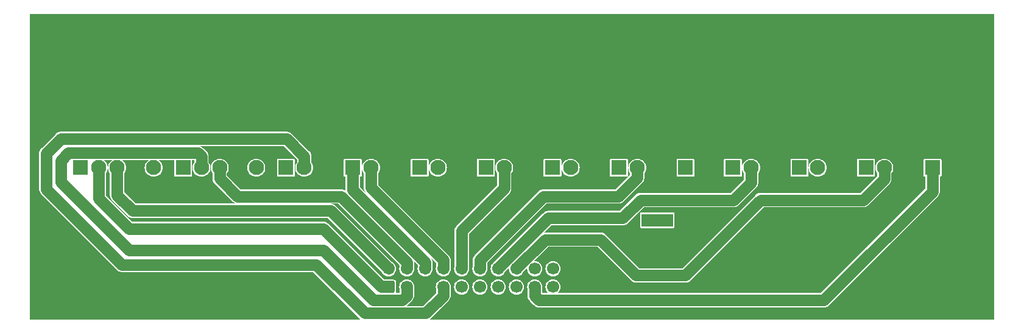
<source format=gbr>
%TF.GenerationSoftware,KiCad,Pcbnew,8.0.6*%
%TF.CreationDate,2025-01-03T23:12:35-08:00*%
%TF.ProjectId,MEP-MAXI-85V-1-REV-2-Sensor-Test-Jig,4d45502d-4d41-4584-992d-3835562d312d,X1*%
%TF.SameCoordinates,Original*%
%TF.FileFunction,Copper,L1,Top*%
%TF.FilePolarity,Positive*%
%FSLAX46Y46*%
G04 Gerber Fmt 4.6, Leading zero omitted, Abs format (unit mm)*
G04 Created by KiCad (PCBNEW 8.0.6) date 2025-01-03 23:12:35*
%MOMM*%
%LPD*%
G01*
G04 APERTURE LIST*
G04 Aperture macros list*
%AMRoundRect*
0 Rectangle with rounded corners*
0 $1 Rounding radius*
0 $2 $3 $4 $5 $6 $7 $8 $9 X,Y pos of 4 corners*
0 Add a 4 corners polygon primitive as box body*
4,1,4,$2,$3,$4,$5,$6,$7,$8,$9,$2,$3,0*
0 Add four circle primitives for the rounded corners*
1,1,$1+$1,$2,$3*
1,1,$1+$1,$4,$5*
1,1,$1+$1,$6,$7*
1,1,$1+$1,$8,$9*
0 Add four rect primitives between the rounded corners*
20,1,$1+$1,$2,$3,$4,$5,0*
20,1,$1+$1,$4,$5,$6,$7,0*
20,1,$1+$1,$6,$7,$8,$9,0*
20,1,$1+$1,$8,$9,$2,$3,0*%
G04 Aperture macros list end*
%TA.AperFunction,ComponentPad*%
%ADD10R,2.100000X2.100000*%
%TD*%
%TA.AperFunction,ComponentPad*%
%ADD11C,2.100000*%
%TD*%
%TA.AperFunction,ComponentPad*%
%ADD12C,0.800000*%
%TD*%
%TA.AperFunction,ComponentPad*%
%ADD13C,6.400000*%
%TD*%
%TA.AperFunction,ComponentPad*%
%ADD14R,4.400000X1.800000*%
%TD*%
%TA.AperFunction,ComponentPad*%
%ADD15O,4.000000X1.800000*%
%TD*%
%TA.AperFunction,ComponentPad*%
%ADD16O,1.800000X4.000000*%
%TD*%
%TA.AperFunction,ComponentPad*%
%ADD17RoundRect,0.250000X0.600000X-0.600000X0.600000X0.600000X-0.600000X0.600000X-0.600000X-0.600000X0*%
%TD*%
%TA.AperFunction,ComponentPad*%
%ADD18C,1.700000*%
%TD*%
%TA.AperFunction,Conductor*%
%ADD19C,1.600000*%
%TD*%
G04 APERTURE END LIST*
D10*
%TO.P,J105,1,Pin_1*%
%TO.N,24VRAW*%
X111590000Y-112000000D03*
D11*
%TO.P,J105,2,Pin_2*%
%TO.N,/PROXIMITY_HEAD_IN*%
X114130000Y-112000000D03*
%TO.P,J105,3,Pin_3*%
%TO.N,GND*%
X116670000Y-112000000D03*
%TD*%
D10*
%TO.P,J107,1,Pin_1*%
%TO.N,24VRAW*%
X130090000Y-112000000D03*
D11*
%TO.P,J107,2,Pin_2*%
%TO.N,/PROXIMITY_SHEAR_CUT*%
X132630000Y-112000000D03*
%TO.P,J107,3,Pin_3*%
%TO.N,GND*%
X135170000Y-112000000D03*
%TD*%
D10*
%TO.P,J114,1,Pin_1*%
%TO.N,/AUTO_BUTTON*%
X192170000Y-112000000D03*
D11*
%TO.P,J114,2,Pin_2*%
%TO.N,GND*%
X194710000Y-112000000D03*
%TD*%
D12*
%TO.P,H101,1,1*%
%TO.N,GND*%
X67600000Y-94000000D03*
X68302944Y-92302944D03*
X68302944Y-95697056D03*
X70000000Y-91600000D03*
D13*
X70000000Y-94000000D03*
D12*
X70000000Y-96400000D03*
X71697056Y-92302944D03*
X71697056Y-95697056D03*
X72400000Y-94000000D03*
%TD*%
%TO.P,H103,1,1*%
%TO.N,GND*%
X195100000Y-129500000D03*
X195802944Y-127802944D03*
X195802944Y-131197056D03*
X197500000Y-127100000D03*
D13*
X197500000Y-129500000D03*
D12*
X197500000Y-131900000D03*
X199197056Y-127802944D03*
X199197056Y-131197056D03*
X199900000Y-129500000D03*
%TD*%
%TO.P,H104,1,1*%
%TO.N,GND*%
X67600000Y-129500000D03*
X68302944Y-127802944D03*
X68302944Y-131197056D03*
X70000000Y-127100000D03*
D13*
X70000000Y-129500000D03*
D12*
X70000000Y-131900000D03*
X71697056Y-127802944D03*
X71697056Y-131197056D03*
X72400000Y-129500000D03*
%TD*%
D10*
%TO.P,J111,1,Pin_1*%
%TO.N,24VRAW*%
X164420000Y-112000000D03*
D11*
%TO.P,J111,2,Pin_2*%
%TO.N,/PROXIMITY_HEAD_LIM*%
X166960000Y-112000000D03*
%TO.P,J111,3,Pin_3*%
%TO.N,GND*%
X169500000Y-112000000D03*
%TD*%
D10*
%TO.P,J110,1,Pin_1*%
%TO.N,/SHEAR_BUTTON*%
X157840000Y-112000000D03*
D11*
%TO.P,J110,2,Pin_2*%
%TO.N,GND*%
X160380000Y-112000000D03*
%TD*%
D10*
%TO.P,J109,1,Pin_1*%
%TO.N,24VRAW*%
X148590000Y-112000000D03*
D11*
%TO.P,J109,2,Pin_2*%
%TO.N,/PROXIMITY_TOOL_OUT*%
X151130000Y-112000000D03*
%TO.P,J109,3,Pin_3*%
%TO.N,GND*%
X153670000Y-112000000D03*
%TD*%
D10*
%TO.P,J103,1,Pin_1*%
%TO.N,24VRAW*%
X88010000Y-112000000D03*
D11*
%TO.P,J103,2,Pin_2*%
%TO.N,/ENCODER_BEND_SET*%
X90550000Y-112000000D03*
%TO.P,J103,3,Pin_3*%
%TO.N,/ENCODER_BEND_RESET*%
X93090000Y-112000000D03*
%TO.P,J103,4,Pin_4*%
%TO.N,GND*%
X95630000Y-112000000D03*
%TO.P,J103,5,Pin_5*%
%TO.N,unconnected-(J103-Pin_5-Pad5)*%
X98170000Y-112000000D03*
%TD*%
D10*
%TO.P,J112,1,Pin_1*%
%TO.N,24VRAW*%
X173670000Y-112000000D03*
D11*
%TO.P,J112,2,Pin_2*%
%TO.N,/PROXIMITY_HEAD_CW*%
X176210000Y-112000000D03*
%TO.P,J112,3,Pin_3*%
%TO.N,GND*%
X178750000Y-112000000D03*
%TD*%
D14*
%TO.P,J115,1*%
%TO.N,24VRAW*%
X153920000Y-119290000D03*
D15*
%TO.P,J115,2*%
%TO.N,GND*%
X153920000Y-125090000D03*
D16*
%TO.P,J115,3,MountPin*%
X158720000Y-122290000D03*
%TD*%
D17*
%TO.P,J101,1,Pin_1*%
%TO.N,/ENCODER_FEED_SET*%
X116560000Y-128590000D03*
D18*
%TO.P,J101,2,Pin_2*%
%TO.N,/ENCODER_FEED_RESET*%
X116560000Y-126050000D03*
%TO.P,J101,3,Pin_3*%
%TO.N,/ENCODER_BEND_SET*%
X119100000Y-128590000D03*
%TO.P,J101,4,Pin_4*%
%TO.N,/ENCODER_BEND_RESET*%
X119100000Y-126050000D03*
%TO.P,J101,5,Pin_5*%
%TO.N,GND*%
X121640000Y-128590000D03*
%TO.P,J101,6,Pin_6*%
%TO.N,24VRAW*%
X121640000Y-126050000D03*
%TO.P,J101,7,Pin_7*%
%TO.N,/PROXIMITY_HEAD_OUT*%
X124180000Y-128590000D03*
%TO.P,J101,8,Pin_8*%
%TO.N,/PROXIMITY_HEAD_IN*%
X124180000Y-126050000D03*
%TO.P,J101,9,Pin_9*%
%TO.N,/PROXIMITY_SHEAR_HOME*%
X126720000Y-128590000D03*
%TO.P,J101,10,Pin_10*%
%TO.N,/PROXIMITY_SHEAR_CUT*%
X126720000Y-126050000D03*
%TO.P,J101,11,Pin_11*%
%TO.N,/PROXIMITY_TOOL_IN*%
X129260000Y-128590000D03*
%TO.P,J101,12,Pin_12*%
%TO.N,/PROXIMITY_TOOL_OUT*%
X129260000Y-126050000D03*
%TO.P,J101,13,Pin_13*%
%TO.N,/SHEAR_BUTTON*%
X131800000Y-128590000D03*
%TO.P,J101,14,Pin_14*%
%TO.N,/PROXIMITY_HEAD_LIM*%
X131800000Y-126050000D03*
%TO.P,J101,15,Pin_15*%
%TO.N,/PROXIMITY_HEAD_CW*%
X134340000Y-128590000D03*
%TO.P,J101,16,Pin_16*%
%TO.N,/PROXIMITY_HEAD_CCW*%
X134340000Y-126050000D03*
%TO.P,J101,17,Pin_17*%
%TO.N,/AUTO_BUTTON*%
X136880000Y-128590000D03*
%TO.P,J101,18,Pin_18*%
%TO.N,unconnected-(J101-Pin_18-Pad18)*%
X136880000Y-126050000D03*
%TO.P,J101,19,Pin_19*%
%TO.N,unconnected-(J101-Pin_19-Pad19)*%
X139420000Y-128590000D03*
%TO.P,J101,20,Pin_20*%
%TO.N,unconnected-(J101-Pin_20-Pad20)*%
X139420000Y-126050000D03*
%TD*%
D10*
%TO.P,J108,1,Pin_1*%
%TO.N,24VRAW*%
X139340000Y-112000000D03*
D11*
%TO.P,J108,2,Pin_2*%
%TO.N,/PROXIMITY_TOOL_IN*%
X141880000Y-112000000D03*
%TO.P,J108,3,Pin_3*%
%TO.N,GND*%
X144420000Y-112000000D03*
%TD*%
D10*
%TO.P,J102,1,Pin_1*%
%TO.N,24VRAW*%
X73760000Y-112000000D03*
D11*
%TO.P,J102,2,Pin_2*%
%TO.N,/ENCODER_FEED_SET*%
X76300000Y-112000000D03*
%TO.P,J102,3,Pin_3*%
%TO.N,/ENCODER_FEED_RESET*%
X78840000Y-112000000D03*
%TO.P,J102,4,Pin_4*%
%TO.N,GND*%
X81380000Y-112000000D03*
%TO.P,J102,5,Pin_5*%
%TO.N,unconnected-(J102-Pin_5-Pad5)*%
X83920000Y-112000000D03*
%TD*%
D10*
%TO.P,J104,1,Pin_1*%
%TO.N,24VRAW*%
X102300000Y-112000000D03*
D11*
%TO.P,J104,2,Pin_2*%
%TO.N,/PROXIMITY_HEAD_OUT*%
X104840000Y-112000000D03*
%TO.P,J104,3,Pin_3*%
%TO.N,GND*%
X107380000Y-112000000D03*
%TD*%
D10*
%TO.P,J113,1,Pin_1*%
%TO.N,24VRAW*%
X182920000Y-112000000D03*
D11*
%TO.P,J113,2,Pin_2*%
%TO.N,/PROXIMITY_HEAD_CCW*%
X185460000Y-112000000D03*
%TO.P,J113,3,Pin_3*%
%TO.N,GND*%
X188000000Y-112000000D03*
%TD*%
D12*
%TO.P,H102,1,1*%
%TO.N,GND*%
X195100000Y-94000000D03*
X195802944Y-92302944D03*
X195802944Y-95697056D03*
X197500000Y-91600000D03*
D13*
X197500000Y-94000000D03*
D12*
X197500000Y-96400000D03*
X199197056Y-92302944D03*
X199197056Y-95697056D03*
X199900000Y-94000000D03*
%TD*%
D10*
%TO.P,J106,1,Pin_1*%
%TO.N,24VRAW*%
X120880000Y-112000000D03*
D11*
%TO.P,J106,2,Pin_2*%
%TO.N,/PROXIMITY_SHEAR_HOME*%
X123420000Y-112000000D03*
%TO.P,J106,3,Pin_3*%
%TO.N,GND*%
X125960000Y-112000000D03*
%TD*%
D19*
%TO.N,/PROXIMITY_HEAD_LIM*%
X131800000Y-125968120D02*
X138768120Y-119000000D01*
X138768120Y-119000000D02*
X149110000Y-119000000D01*
X131800000Y-126050000D02*
X131800000Y-125968120D01*
X149110000Y-119000000D02*
X151610000Y-116500000D01*
X151610000Y-116500000D02*
X164500000Y-116500000D01*
X166960000Y-114040000D02*
X166960000Y-112000000D01*
X164500000Y-116500000D02*
X166960000Y-114040000D01*
%TO.N,/PROXIMITY_SHEAR_CUT*%
X126720000Y-126050000D02*
X126720000Y-120780000D01*
X132630000Y-114870000D02*
X132630000Y-112000000D01*
X126720000Y-120780000D02*
X132630000Y-114870000D01*
%TO.N,/PROXIMITY_HEAD_IN*%
X124180000Y-124847919D02*
X114130000Y-114797919D01*
X114130000Y-114797919D02*
X114130000Y-112000000D01*
X124180000Y-126050000D02*
X124180000Y-124847919D01*
%TO.N,/PROXIMITY_HEAD_OUT*%
X124180000Y-129792081D02*
X121732081Y-132240000D01*
X71000000Y-108000000D02*
X102400000Y-108000000D01*
X79500000Y-125500000D02*
X69000000Y-115000000D01*
X69000000Y-115000000D02*
X69000000Y-110000000D01*
X124180000Y-128590000D02*
X124180000Y-129792081D01*
X106500000Y-125500000D02*
X79500000Y-125500000D01*
X113240000Y-132240000D02*
X106500000Y-125500000D01*
X104840000Y-110440000D02*
X104840000Y-112000000D01*
X121732081Y-132240000D02*
X113240000Y-132240000D01*
X69000000Y-110000000D02*
X71000000Y-108000000D01*
X102400000Y-108000000D02*
X104840000Y-110440000D01*
%TO.N,/AUTO_BUTTON*%
X192170000Y-115330000D02*
X192170000Y-112000000D01*
X137527919Y-130440000D02*
X177060000Y-130440000D01*
X136880000Y-129792081D02*
X137527919Y-130440000D01*
X136880000Y-128590000D02*
X136880000Y-129792081D01*
X177060000Y-130440000D02*
X192170000Y-115330000D01*
%TO.N,/PROXIMITY_HEAD_CCW*%
X150990000Y-126990000D02*
X157807006Y-126990000D01*
X182520000Y-116500000D02*
X185460000Y-113560000D01*
X168000000Y-116797006D02*
X168297006Y-116500000D01*
X146000000Y-122000000D02*
X150990000Y-126990000D01*
X134340000Y-126050000D02*
X134340000Y-125973704D01*
X134340000Y-125973704D02*
X138313704Y-122000000D01*
X157807006Y-126990000D02*
X168000000Y-116797006D01*
X185460000Y-113560000D02*
X185460000Y-112000000D01*
X168297006Y-116500000D02*
X182520000Y-116500000D01*
X138313704Y-122000000D02*
X146000000Y-122000000D01*
%TO.N,/ENCODER_FEED_SET*%
X115590000Y-128590000D02*
X107500000Y-120500000D01*
X116560000Y-128590000D02*
X115590000Y-128590000D01*
X80500000Y-120500000D02*
X76300000Y-116300000D01*
X107500000Y-120500000D02*
X80500000Y-120500000D01*
X76300000Y-116300000D02*
X76300000Y-112000000D01*
%TO.N,/ENCODER_FEED_RESET*%
X81000000Y-118000000D02*
X78840000Y-115840000D01*
X78840000Y-115840000D02*
X78840000Y-112000000D01*
X108510000Y-118000000D02*
X81000000Y-118000000D01*
X116560000Y-126050000D02*
X108510000Y-118000000D01*
%TO.N,/ENCODER_BEND_SET*%
X118452081Y-130440000D02*
X114440000Y-130440000D01*
X107500000Y-123500000D02*
X80500000Y-123500000D01*
X119100000Y-128590000D02*
X119100000Y-129792081D01*
X114440000Y-130440000D02*
X107500000Y-123500000D01*
X71000000Y-114000000D02*
X71000000Y-111000000D01*
X80500000Y-123500000D02*
X71000000Y-114000000D01*
X90060000Y-109950000D02*
X90550000Y-110440000D01*
X119100000Y-129792081D02*
X118452081Y-130440000D01*
X71000000Y-111000000D02*
X72050000Y-109950000D01*
X90550000Y-110440000D02*
X90550000Y-112000000D01*
X72050000Y-109950000D02*
X90060000Y-109950000D01*
%TO.N,/ENCODER_BEND_RESET*%
X93090000Y-113484924D02*
X93090000Y-112000000D01*
X95605076Y-116000000D02*
X93090000Y-113484924D01*
X119100000Y-126050000D02*
X119100000Y-125145584D01*
X119100000Y-125145584D02*
X109954416Y-116000000D01*
X109954416Y-116000000D02*
X95605076Y-116000000D01*
%TO.N,/PROXIMITY_TOOL_OUT*%
X129260000Y-124847919D02*
X138107919Y-116000000D01*
X148500000Y-116000000D02*
X151130000Y-113370000D01*
X138107919Y-116000000D02*
X148500000Y-116000000D01*
X151130000Y-113370000D02*
X151130000Y-112000000D01*
X129260000Y-126050000D02*
X129260000Y-124847919D01*
%TO.N,24VRAW*%
X111590000Y-115090000D02*
X111590000Y-112000000D01*
X121640000Y-125140000D02*
X111590000Y-115090000D01*
X121640000Y-126050000D02*
X121640000Y-125140000D01*
%TD*%
%TA.AperFunction,Conductor*%
%TO.N,GND*%
G36*
X200749500Y-133089500D02*
G01*
X122261567Y-133089500D01*
X122369863Y-133017139D01*
X122509220Y-132877782D01*
X122509221Y-132877779D01*
X124957139Y-130429863D01*
X124957140Y-130429862D01*
X125066632Y-130265995D01*
X125142051Y-130083916D01*
X125180500Y-129890622D01*
X125180500Y-128910655D01*
X125215300Y-128795934D01*
X125235583Y-128590000D01*
X125664417Y-128590000D01*
X125684700Y-128795934D01*
X125744768Y-128993954D01*
X125842315Y-129176450D01*
X125973590Y-129336410D01*
X126133550Y-129467685D01*
X126316046Y-129565232D01*
X126514066Y-129625300D01*
X126720000Y-129645583D01*
X126925934Y-129625300D01*
X127123954Y-129565232D01*
X127306450Y-129467685D01*
X127466410Y-129336410D01*
X127597685Y-129176450D01*
X127695232Y-128993954D01*
X127755300Y-128795934D01*
X127775583Y-128590000D01*
X128204417Y-128590000D01*
X128224700Y-128795934D01*
X128284768Y-128993954D01*
X128382315Y-129176450D01*
X128513590Y-129336410D01*
X128673550Y-129467685D01*
X128856046Y-129565232D01*
X129054066Y-129625300D01*
X129260000Y-129645583D01*
X129465934Y-129625300D01*
X129663954Y-129565232D01*
X129846450Y-129467685D01*
X130006410Y-129336410D01*
X130137685Y-129176450D01*
X130235232Y-128993954D01*
X130295300Y-128795934D01*
X130315583Y-128590000D01*
X130744417Y-128590000D01*
X130764700Y-128795934D01*
X130824768Y-128993954D01*
X130922315Y-129176450D01*
X131053590Y-129336410D01*
X131213550Y-129467685D01*
X131396046Y-129565232D01*
X131594066Y-129625300D01*
X131800000Y-129645583D01*
X132005934Y-129625300D01*
X132203954Y-129565232D01*
X132386450Y-129467685D01*
X132546410Y-129336410D01*
X132677685Y-129176450D01*
X132775232Y-128993954D01*
X132835300Y-128795934D01*
X132855583Y-128590000D01*
X133284417Y-128590000D01*
X133304700Y-128795934D01*
X133364768Y-128993954D01*
X133462315Y-129176450D01*
X133593590Y-129336410D01*
X133753550Y-129467685D01*
X133936046Y-129565232D01*
X134134066Y-129625300D01*
X134340000Y-129645583D01*
X134545934Y-129625300D01*
X134743954Y-129565232D01*
X134926450Y-129467685D01*
X135086410Y-129336410D01*
X135217685Y-129176450D01*
X135315232Y-128993954D01*
X135375300Y-128795934D01*
X135395583Y-128590000D01*
X135824417Y-128590000D01*
X135844700Y-128795934D01*
X135879500Y-128910655D01*
X135879500Y-129890622D01*
X135917949Y-130083916D01*
X135993368Y-130265995D01*
X136102861Y-130429863D01*
X136242218Y-130569220D01*
X136242221Y-130569222D01*
X136750777Y-131077778D01*
X136750780Y-131077782D01*
X136890137Y-131217139D01*
X137054005Y-131326632D01*
X137182753Y-131379961D01*
X137236083Y-131402051D01*
X137332731Y-131421275D01*
X137429378Y-131440500D01*
X137429379Y-131440500D01*
X137626459Y-131440500D01*
X176961460Y-131440500D01*
X177158540Y-131440500D01*
X177158541Y-131440500D01*
X177255188Y-131421275D01*
X177351836Y-131402051D01*
X177405165Y-131379961D01*
X177533914Y-131326632D01*
X177697782Y-131217139D01*
X177837139Y-131077782D01*
X177837141Y-131077778D01*
X192807778Y-116107141D01*
X192807782Y-116107139D01*
X192947139Y-115967782D01*
X193056632Y-115803914D01*
X193132051Y-115621835D01*
X193170500Y-115428541D01*
X193170500Y-113250500D01*
X193239748Y-113250500D01*
X193298231Y-113238867D01*
X193364552Y-113194552D01*
X193408867Y-113128231D01*
X193420500Y-113069748D01*
X193420500Y-110930252D01*
X193408867Y-110871769D01*
X193364552Y-110805448D01*
X193298231Y-110761133D01*
X193239748Y-110749500D01*
X191100252Y-110749500D01*
X191041769Y-110761133D01*
X190975448Y-110805448D01*
X190931133Y-110871769D01*
X190919500Y-110930252D01*
X190919500Y-113069748D01*
X190931133Y-113128231D01*
X190975448Y-113194552D01*
X191041769Y-113238867D01*
X191100252Y-113250500D01*
X191169500Y-113250500D01*
X191169500Y-114915580D01*
X176645580Y-129439500D01*
X140040794Y-129439500D01*
X140166410Y-129336410D01*
X140297685Y-129176450D01*
X140395232Y-128993954D01*
X140455300Y-128795934D01*
X140475583Y-128590000D01*
X140455300Y-128384066D01*
X140395232Y-128186046D01*
X140297685Y-128003550D01*
X140166410Y-127843590D01*
X140006450Y-127712315D01*
X139823954Y-127614768D01*
X139625934Y-127554700D01*
X139420000Y-127534417D01*
X139214066Y-127554700D01*
X139016046Y-127614768D01*
X138833550Y-127712315D01*
X138673590Y-127843590D01*
X138542315Y-128003550D01*
X138444768Y-128186046D01*
X138384700Y-128384066D01*
X138364417Y-128590000D01*
X138384700Y-128795934D01*
X138444768Y-128993954D01*
X138542315Y-129176450D01*
X138673590Y-129336410D01*
X138799206Y-129439500D01*
X137942339Y-129439500D01*
X137880500Y-129377661D01*
X137880500Y-128910655D01*
X137915300Y-128795934D01*
X137935583Y-128590000D01*
X137915300Y-128384066D01*
X137855232Y-128186046D01*
X137757685Y-128003550D01*
X137626410Y-127843590D01*
X137466450Y-127712315D01*
X137283954Y-127614768D01*
X137085934Y-127554700D01*
X136880000Y-127534417D01*
X136674066Y-127554700D01*
X136476046Y-127614768D01*
X136293550Y-127712315D01*
X136133590Y-127843590D01*
X136002315Y-128003550D01*
X135904768Y-128186046D01*
X135844700Y-128384066D01*
X135824417Y-128590000D01*
X135395583Y-128590000D01*
X135375300Y-128384066D01*
X135315232Y-128186046D01*
X135217685Y-128003550D01*
X135086410Y-127843590D01*
X134926450Y-127712315D01*
X134743954Y-127614768D01*
X134545934Y-127554700D01*
X134340000Y-127534417D01*
X134134066Y-127554700D01*
X133936046Y-127614768D01*
X133753550Y-127712315D01*
X133593590Y-127843590D01*
X133462315Y-128003550D01*
X133364768Y-128186046D01*
X133304700Y-128384066D01*
X133284417Y-128590000D01*
X132855583Y-128590000D01*
X132835300Y-128384066D01*
X132775232Y-128186046D01*
X132677685Y-128003550D01*
X132546410Y-127843590D01*
X132386450Y-127712315D01*
X132203954Y-127614768D01*
X132005934Y-127554700D01*
X131800000Y-127534417D01*
X131594066Y-127554700D01*
X131396046Y-127614768D01*
X131213550Y-127712315D01*
X131053590Y-127843590D01*
X130922315Y-128003550D01*
X130824768Y-128186046D01*
X130764700Y-128384066D01*
X130744417Y-128590000D01*
X130315583Y-128590000D01*
X130295300Y-128384066D01*
X130235232Y-128186046D01*
X130137685Y-128003550D01*
X130006410Y-127843590D01*
X129846450Y-127712315D01*
X129663954Y-127614768D01*
X129465934Y-127554700D01*
X129260000Y-127534417D01*
X129054066Y-127554700D01*
X128856046Y-127614768D01*
X128673550Y-127712315D01*
X128513590Y-127843590D01*
X128382315Y-128003550D01*
X128284768Y-128186046D01*
X128224700Y-128384066D01*
X128204417Y-128590000D01*
X127775583Y-128590000D01*
X127755300Y-128384066D01*
X127695232Y-128186046D01*
X127597685Y-128003550D01*
X127466410Y-127843590D01*
X127306450Y-127712315D01*
X127123954Y-127614768D01*
X126925934Y-127554700D01*
X126720000Y-127534417D01*
X126514066Y-127554700D01*
X126316046Y-127614768D01*
X126133550Y-127712315D01*
X125973590Y-127843590D01*
X125842315Y-128003550D01*
X125744768Y-128186046D01*
X125684700Y-128384066D01*
X125664417Y-128590000D01*
X125235583Y-128590000D01*
X125215300Y-128384066D01*
X125155232Y-128186046D01*
X125057685Y-128003550D01*
X124926410Y-127843590D01*
X124766450Y-127712315D01*
X124583954Y-127614768D01*
X124385934Y-127554700D01*
X124180000Y-127534417D01*
X123974066Y-127554700D01*
X123776046Y-127614768D01*
X123593550Y-127712315D01*
X123433590Y-127843590D01*
X123302315Y-128003550D01*
X123204768Y-128186046D01*
X123144700Y-128384066D01*
X123124417Y-128590000D01*
X123144700Y-128795934D01*
X123179500Y-128910655D01*
X123179500Y-129377660D01*
X121317661Y-131239500D01*
X119056397Y-131239500D01*
X119089863Y-131217139D01*
X119229220Y-131077782D01*
X119229222Y-131077778D01*
X119737778Y-130569222D01*
X119737782Y-130569220D01*
X119877139Y-130429863D01*
X119986632Y-130265995D01*
X120062051Y-130083916D01*
X120100500Y-129890622D01*
X120100500Y-128910655D01*
X120135300Y-128795934D01*
X120155583Y-128590000D01*
X120135300Y-128384066D01*
X120075232Y-128186046D01*
X119977685Y-128003550D01*
X119846410Y-127843590D01*
X119686450Y-127712315D01*
X119503954Y-127614768D01*
X119305934Y-127554700D01*
X119100000Y-127534417D01*
X118894066Y-127554700D01*
X118696046Y-127614768D01*
X118513550Y-127712315D01*
X118353590Y-127843590D01*
X118222315Y-128003550D01*
X118124768Y-128186046D01*
X118064700Y-128384066D01*
X118044417Y-128590000D01*
X118064700Y-128795934D01*
X118099500Y-128910655D01*
X118099500Y-129377661D01*
X118037661Y-129439500D01*
X117535768Y-129439500D01*
X117562793Y-129402882D01*
X117607646Y-129274699D01*
X117610500Y-129244266D01*
X117610500Y-127935734D01*
X117607646Y-127905301D01*
X117562793Y-127777118D01*
X117482150Y-127667850D01*
X117372882Y-127587207D01*
X117244699Y-127542354D01*
X117214266Y-127539500D01*
X115954421Y-127539500D01*
X108277140Y-119862220D01*
X108277139Y-119862218D01*
X108137782Y-119722861D01*
X107973914Y-119613368D01*
X107845165Y-119560038D01*
X107791836Y-119537949D01*
X107695188Y-119518724D01*
X107598541Y-119499500D01*
X80914420Y-119499500D01*
X77300500Y-115885580D01*
X77300500Y-112751319D01*
X77387102Y-112627639D01*
X77479575Y-112429330D01*
X77536207Y-112217977D01*
X77555277Y-112000000D01*
X77536207Y-111782023D01*
X77479575Y-111570670D01*
X77387102Y-111372362D01*
X77261598Y-111193123D01*
X77106877Y-111038402D01*
X76981340Y-110950500D01*
X78158661Y-110950500D01*
X78033123Y-111038402D01*
X77878402Y-111193123D01*
X77752898Y-111372362D01*
X77660425Y-111570670D01*
X77603793Y-111782023D01*
X77584723Y-112000000D01*
X77603793Y-112217977D01*
X77660425Y-112429330D01*
X77752898Y-112627639D01*
X77839500Y-112751319D01*
X77839500Y-115938541D01*
X77847077Y-115976632D01*
X77873036Y-116107139D01*
X77877949Y-116131835D01*
X77953368Y-116313914D01*
X78062861Y-116477782D01*
X78202218Y-116617139D01*
X78202220Y-116617140D01*
X80222860Y-118637781D01*
X80222861Y-118637782D01*
X80362218Y-118777139D01*
X80526086Y-118886632D01*
X80654834Y-118939961D01*
X80708164Y-118962051D01*
X80804812Y-118981275D01*
X80901459Y-119000500D01*
X80901460Y-119000500D01*
X81098540Y-119000500D01*
X108095580Y-119000500D01*
X115625801Y-126530721D01*
X115682315Y-126636450D01*
X115813590Y-126796410D01*
X115973550Y-126927685D01*
X116156046Y-127025232D01*
X116354066Y-127085300D01*
X116560000Y-127105583D01*
X116765934Y-127085300D01*
X116963954Y-127025232D01*
X117146450Y-126927685D01*
X117306410Y-126796410D01*
X117437685Y-126636450D01*
X117535232Y-126453954D01*
X117595300Y-126255934D01*
X117615583Y-126050000D01*
X117595300Y-125844066D01*
X117535232Y-125646046D01*
X117437685Y-125463550D01*
X117306410Y-125303590D01*
X117146450Y-125172315D01*
X117040721Y-125115801D01*
X109287141Y-117362221D01*
X109287139Y-117362218D01*
X109147782Y-117222861D01*
X108983914Y-117113368D01*
X108855165Y-117060038D01*
X108801836Y-117037949D01*
X108705188Y-117018724D01*
X108613568Y-117000500D01*
X109539996Y-117000500D01*
X118099500Y-125560004D01*
X118099500Y-125729344D01*
X118064700Y-125844066D01*
X118044417Y-126050000D01*
X118064700Y-126255934D01*
X118124768Y-126453954D01*
X118222315Y-126636450D01*
X118353590Y-126796410D01*
X118513550Y-126927685D01*
X118696046Y-127025232D01*
X118894066Y-127085300D01*
X119100000Y-127105583D01*
X119305934Y-127085300D01*
X119503954Y-127025232D01*
X119686450Y-126927685D01*
X119846410Y-126796410D01*
X119977685Y-126636450D01*
X120075232Y-126453954D01*
X120135300Y-126255934D01*
X120155583Y-126050000D01*
X120135300Y-125844066D01*
X120100500Y-125729344D01*
X120100500Y-125047043D01*
X120092648Y-125007568D01*
X120639500Y-125554420D01*
X120639500Y-125729344D01*
X120604700Y-125844066D01*
X120584417Y-126050000D01*
X120604700Y-126255934D01*
X120664768Y-126453954D01*
X120762315Y-126636450D01*
X120893590Y-126796410D01*
X121053550Y-126927685D01*
X121236046Y-127025232D01*
X121434066Y-127085300D01*
X121640000Y-127105583D01*
X121845934Y-127085300D01*
X122043954Y-127025232D01*
X122226450Y-126927685D01*
X122386410Y-126796410D01*
X122517685Y-126636450D01*
X122615232Y-126453954D01*
X122675300Y-126255934D01*
X122695583Y-126050000D01*
X122675300Y-125844066D01*
X122640500Y-125729344D01*
X122640500Y-125041459D01*
X122604847Y-124862219D01*
X122602051Y-124848164D01*
X122579961Y-124794834D01*
X122526632Y-124666086D01*
X122417139Y-124502218D01*
X122277782Y-124362861D01*
X122277781Y-124362860D01*
X112590500Y-114675579D01*
X112590500Y-113250500D01*
X112659748Y-113250500D01*
X112718231Y-113238867D01*
X112784552Y-113194552D01*
X112828867Y-113128231D01*
X112840500Y-113069748D01*
X112840500Y-112000000D01*
X112874723Y-112000000D01*
X112893793Y-112217977D01*
X112950425Y-112429330D01*
X113042898Y-112627639D01*
X113129500Y-112751319D01*
X113129500Y-114699379D01*
X113129500Y-114896459D01*
X113167949Y-115089755D01*
X113190038Y-115143084D01*
X113243368Y-115271833D01*
X113352861Y-115435701D01*
X113492218Y-115575058D01*
X113492220Y-115575059D01*
X123179500Y-125262339D01*
X123179500Y-125729344D01*
X123144700Y-125844066D01*
X123124417Y-126050000D01*
X123144700Y-126255934D01*
X123204768Y-126453954D01*
X123302315Y-126636450D01*
X123433590Y-126796410D01*
X123593550Y-126927685D01*
X123776046Y-127025232D01*
X123974066Y-127085300D01*
X124180000Y-127105583D01*
X124385934Y-127085300D01*
X124583954Y-127025232D01*
X124766450Y-126927685D01*
X124926410Y-126796410D01*
X125057685Y-126636450D01*
X125155232Y-126453954D01*
X125215300Y-126255934D01*
X125235583Y-126050000D01*
X125664417Y-126050000D01*
X125684700Y-126255934D01*
X125744768Y-126453954D01*
X125842315Y-126636450D01*
X125973590Y-126796410D01*
X126133550Y-126927685D01*
X126316046Y-127025232D01*
X126514066Y-127085300D01*
X126720000Y-127105583D01*
X126925934Y-127085300D01*
X127123954Y-127025232D01*
X127306450Y-126927685D01*
X127466410Y-126796410D01*
X127597685Y-126636450D01*
X127695232Y-126453954D01*
X127755300Y-126255934D01*
X127775583Y-126050000D01*
X128204417Y-126050000D01*
X128224700Y-126255934D01*
X128284768Y-126453954D01*
X128382315Y-126636450D01*
X128513590Y-126796410D01*
X128673550Y-126927685D01*
X128856046Y-127025232D01*
X129054066Y-127085300D01*
X129260000Y-127105583D01*
X129465934Y-127085300D01*
X129663954Y-127025232D01*
X129846450Y-126927685D01*
X130006410Y-126796410D01*
X130137685Y-126636450D01*
X130235232Y-126453954D01*
X130295300Y-126255934D01*
X130315583Y-126050000D01*
X130744417Y-126050000D01*
X130764700Y-126255934D01*
X130824768Y-126453954D01*
X130922315Y-126636450D01*
X131053590Y-126796410D01*
X131213550Y-126927685D01*
X131396046Y-127025232D01*
X131594066Y-127085300D01*
X131800000Y-127105583D01*
X132005934Y-127085300D01*
X132203954Y-127025232D01*
X132386450Y-126927685D01*
X132546410Y-126796410D01*
X132677685Y-126636450D01*
X132775232Y-126453954D01*
X132795325Y-126387714D01*
X133300955Y-125882084D01*
X133284417Y-126050000D01*
X133304700Y-126255934D01*
X133364768Y-126453954D01*
X133462315Y-126636450D01*
X133593590Y-126796410D01*
X133753550Y-126927685D01*
X133936046Y-127025232D01*
X134134066Y-127085300D01*
X134340000Y-127105583D01*
X134545934Y-127085300D01*
X134743954Y-127025232D01*
X134926450Y-126927685D01*
X135086410Y-126796410D01*
X135217685Y-126636450D01*
X135315232Y-126453954D01*
X135332893Y-126395730D01*
X135840345Y-125888278D01*
X135824417Y-126050000D01*
X135844700Y-126255934D01*
X135904768Y-126453954D01*
X136002315Y-126636450D01*
X136133590Y-126796410D01*
X136293550Y-126927685D01*
X136476046Y-127025232D01*
X136674066Y-127085300D01*
X136880000Y-127105583D01*
X137085934Y-127085300D01*
X137283954Y-127025232D01*
X137466450Y-126927685D01*
X137626410Y-126796410D01*
X137757685Y-126636450D01*
X137855232Y-126453954D01*
X137915300Y-126255934D01*
X137935583Y-126050000D01*
X138364417Y-126050000D01*
X138384700Y-126255934D01*
X138444768Y-126453954D01*
X138542315Y-126636450D01*
X138673590Y-126796410D01*
X138833550Y-126927685D01*
X139016046Y-127025232D01*
X139214066Y-127085300D01*
X139420000Y-127105583D01*
X139625934Y-127085300D01*
X139823954Y-127025232D01*
X140006450Y-126927685D01*
X140166410Y-126796410D01*
X140297685Y-126636450D01*
X140395232Y-126453954D01*
X140455300Y-126255934D01*
X140475583Y-126050000D01*
X140455300Y-125844066D01*
X140395232Y-125646046D01*
X140297685Y-125463550D01*
X140166410Y-125303590D01*
X140006450Y-125172315D01*
X139823954Y-125074768D01*
X139625934Y-125014700D01*
X139420000Y-124994417D01*
X139214066Y-125014700D01*
X139016046Y-125074768D01*
X138833550Y-125172315D01*
X138673590Y-125303590D01*
X138542315Y-125463550D01*
X138444768Y-125646046D01*
X138384700Y-125844066D01*
X138364417Y-126050000D01*
X137935583Y-126050000D01*
X137915300Y-125844066D01*
X137855232Y-125646046D01*
X137757685Y-125463550D01*
X137626410Y-125303590D01*
X137466450Y-125172315D01*
X137283954Y-125074768D01*
X137085934Y-125014700D01*
X136880000Y-124994417D01*
X136718278Y-125010345D01*
X138728124Y-123000500D01*
X145585580Y-123000500D01*
X150352219Y-127767140D01*
X150516086Y-127876632D01*
X150698165Y-127952052D01*
X150859389Y-127984121D01*
X150891459Y-127990500D01*
X150891460Y-127990500D01*
X151088541Y-127990500D01*
X157708466Y-127990500D01*
X157905546Y-127990500D01*
X157905547Y-127990500D01*
X158002194Y-127971275D01*
X158098842Y-127952051D01*
X158164351Y-127924916D01*
X158280920Y-127876632D01*
X158444788Y-127767139D01*
X158584145Y-127627782D01*
X158584146Y-127627779D01*
X168711427Y-117500500D01*
X182421460Y-117500500D01*
X182618540Y-117500500D01*
X182618541Y-117500500D01*
X182715188Y-117481275D01*
X182811836Y-117462051D01*
X182877654Y-117434788D01*
X182993914Y-117386632D01*
X183157782Y-117277139D01*
X183297139Y-117137782D01*
X183297141Y-117137778D01*
X186097778Y-114337141D01*
X186097782Y-114337139D01*
X186237139Y-114197782D01*
X186346632Y-114033914D01*
X186422051Y-113851835D01*
X186460500Y-113658541D01*
X186460500Y-112751319D01*
X186547102Y-112627639D01*
X186639575Y-112429330D01*
X186696207Y-112217977D01*
X186715277Y-112000000D01*
X186696207Y-111782023D01*
X186639575Y-111570670D01*
X186547102Y-111372362D01*
X186421598Y-111193123D01*
X186266877Y-111038402D01*
X186087639Y-110912898D01*
X185889330Y-110820425D01*
X185677977Y-110763793D01*
X185460000Y-110744723D01*
X185242023Y-110763793D01*
X185030670Y-110820425D01*
X184832362Y-110912898D01*
X184653123Y-111038402D01*
X184498402Y-111193123D01*
X184372898Y-111372362D01*
X184280425Y-111570670D01*
X184223793Y-111782023D01*
X184204723Y-112000000D01*
X184223793Y-112217977D01*
X184280425Y-112429330D01*
X184372898Y-112627639D01*
X184459500Y-112751319D01*
X184459500Y-113145580D01*
X182105580Y-115499500D01*
X168198465Y-115499500D01*
X168101818Y-115518724D01*
X168005170Y-115537949D01*
X167951840Y-115560038D01*
X167823092Y-115613368D01*
X167659224Y-115722861D01*
X167519867Y-115862218D01*
X167519864Y-115862221D01*
X167362221Y-116019864D01*
X167362218Y-116019867D01*
X157392586Y-125989500D01*
X151404421Y-125989500D01*
X146777140Y-121362220D01*
X146777139Y-121362218D01*
X146637782Y-121222861D01*
X146473914Y-121113368D01*
X146345165Y-121060038D01*
X146291836Y-121037949D01*
X146195188Y-121018724D01*
X146098541Y-120999500D01*
X138215163Y-120999500D01*
X138175687Y-121007352D01*
X139182540Y-120000500D01*
X149011460Y-120000500D01*
X149208540Y-120000500D01*
X149208541Y-120000500D01*
X149305188Y-119981275D01*
X149401836Y-119962051D01*
X149455165Y-119939961D01*
X149583914Y-119886632D01*
X149747782Y-119777139D01*
X149887139Y-119637782D01*
X149887141Y-119637778D01*
X151154668Y-118370252D01*
X151519500Y-118370252D01*
X151519500Y-120209748D01*
X151531133Y-120268231D01*
X151575448Y-120334552D01*
X151641769Y-120378867D01*
X151700252Y-120390500D01*
X156139748Y-120390500D01*
X156198231Y-120378867D01*
X156264552Y-120334552D01*
X156308867Y-120268231D01*
X156320500Y-120209748D01*
X156320500Y-118370252D01*
X156308867Y-118311769D01*
X156264552Y-118245448D01*
X156198231Y-118201133D01*
X156139748Y-118189500D01*
X151700252Y-118189500D01*
X151641769Y-118201133D01*
X151575448Y-118245448D01*
X151531133Y-118311769D01*
X151519500Y-118370252D01*
X151154668Y-118370252D01*
X152024420Y-117500500D01*
X164401460Y-117500500D01*
X164598540Y-117500500D01*
X164598541Y-117500500D01*
X164695188Y-117481275D01*
X164791836Y-117462051D01*
X164857654Y-117434788D01*
X164973914Y-117386632D01*
X165137782Y-117277139D01*
X165277139Y-117137782D01*
X165277140Y-117137779D01*
X167737139Y-114677782D01*
X167778363Y-114616086D01*
X167846632Y-114513914D01*
X167922051Y-114331835D01*
X167922516Y-114329500D01*
X167960500Y-114138541D01*
X167960500Y-113941460D01*
X167960500Y-112751319D01*
X168047102Y-112627639D01*
X168139575Y-112429330D01*
X168196207Y-112217977D01*
X168215277Y-112000000D01*
X168196207Y-111782023D01*
X168139575Y-111570670D01*
X168047102Y-111372362D01*
X167921598Y-111193123D01*
X167766877Y-111038402D01*
X167612423Y-110930252D01*
X172419500Y-110930252D01*
X172419500Y-113069748D01*
X172431133Y-113128231D01*
X172475448Y-113194552D01*
X172541769Y-113238867D01*
X172600252Y-113250500D01*
X174739748Y-113250500D01*
X174798231Y-113238867D01*
X174864552Y-113194552D01*
X174908867Y-113128231D01*
X174920500Y-113069748D01*
X174920500Y-112000000D01*
X174954723Y-112000000D01*
X174973793Y-112217977D01*
X175030425Y-112429330D01*
X175122898Y-112627639D01*
X175248402Y-112806877D01*
X175403123Y-112961598D01*
X175582361Y-113087102D01*
X175780670Y-113179575D01*
X175992023Y-113236207D01*
X176210000Y-113255277D01*
X176427977Y-113236207D01*
X176639330Y-113179575D01*
X176837639Y-113087102D01*
X177016877Y-112961598D01*
X177171598Y-112806877D01*
X177297102Y-112627639D01*
X177389575Y-112429330D01*
X177446207Y-112217977D01*
X177465277Y-112000000D01*
X177446207Y-111782023D01*
X177389575Y-111570670D01*
X177297102Y-111372362D01*
X177171598Y-111193123D01*
X177016877Y-111038402D01*
X176862423Y-110930252D01*
X181669500Y-110930252D01*
X181669500Y-113069748D01*
X181681133Y-113128231D01*
X181725448Y-113194552D01*
X181791769Y-113238867D01*
X181850252Y-113250500D01*
X183989748Y-113250500D01*
X184048231Y-113238867D01*
X184114552Y-113194552D01*
X184158867Y-113128231D01*
X184170500Y-113069748D01*
X184170500Y-110930252D01*
X184158867Y-110871769D01*
X184114552Y-110805448D01*
X184048231Y-110761133D01*
X183989748Y-110749500D01*
X181850252Y-110749500D01*
X181791769Y-110761133D01*
X181725448Y-110805448D01*
X181681133Y-110871769D01*
X181669500Y-110930252D01*
X176862423Y-110930252D01*
X176837639Y-110912898D01*
X176639330Y-110820425D01*
X176427977Y-110763793D01*
X176210000Y-110744723D01*
X175992023Y-110763793D01*
X175780670Y-110820425D01*
X175582362Y-110912898D01*
X175403123Y-111038402D01*
X175248402Y-111193123D01*
X175122898Y-111372362D01*
X175030425Y-111570670D01*
X174973793Y-111782023D01*
X174954723Y-112000000D01*
X174920500Y-112000000D01*
X174920500Y-110930252D01*
X174908867Y-110871769D01*
X174864552Y-110805448D01*
X174798231Y-110761133D01*
X174739748Y-110749500D01*
X172600252Y-110749500D01*
X172541769Y-110761133D01*
X172475448Y-110805448D01*
X172431133Y-110871769D01*
X172419500Y-110930252D01*
X167612423Y-110930252D01*
X167587639Y-110912898D01*
X167389330Y-110820425D01*
X167177977Y-110763793D01*
X166960000Y-110744723D01*
X166742023Y-110763793D01*
X166530670Y-110820425D01*
X166332362Y-110912898D01*
X166153123Y-111038402D01*
X165998402Y-111193123D01*
X165872898Y-111372362D01*
X165780425Y-111570670D01*
X165723793Y-111782023D01*
X165704723Y-112000000D01*
X165723793Y-112217977D01*
X165780425Y-112429330D01*
X165872898Y-112627639D01*
X165959500Y-112751319D01*
X165959500Y-113625579D01*
X164085580Y-115499500D01*
X151511459Y-115499500D01*
X151414812Y-115518724D01*
X151318164Y-115537949D01*
X151264834Y-115560038D01*
X151136086Y-115613368D01*
X150972218Y-115722861D01*
X150832861Y-115862218D01*
X150832858Y-115862221D01*
X148695580Y-117999500D01*
X138669579Y-117999500D01*
X138572932Y-118018724D01*
X138476284Y-118037949D01*
X138422954Y-118060038D01*
X138294206Y-118113368D01*
X138130338Y-118222861D01*
X137990981Y-118362218D01*
X137990978Y-118362221D01*
X131162221Y-125190978D01*
X131162218Y-125190981D01*
X131022861Y-125330338D01*
X130984400Y-125387897D01*
X130922315Y-125463550D01*
X130824768Y-125646046D01*
X130764700Y-125844066D01*
X130744417Y-126050000D01*
X130315583Y-126050000D01*
X130295300Y-125844066D01*
X130260500Y-125729344D01*
X130260500Y-125262339D01*
X138522339Y-117000500D01*
X148401460Y-117000500D01*
X148598540Y-117000500D01*
X148598541Y-117000500D01*
X148695188Y-116981275D01*
X148791836Y-116962051D01*
X148850428Y-116937781D01*
X148973914Y-116886632D01*
X149137782Y-116777139D01*
X149277139Y-116637782D01*
X149277140Y-116637779D01*
X151907140Y-114007781D01*
X152016632Y-113843914D01*
X152092052Y-113661835D01*
X152130500Y-113468540D01*
X152130500Y-113271459D01*
X152130500Y-112751319D01*
X152217102Y-112627639D01*
X152309575Y-112429330D01*
X152366207Y-112217977D01*
X152385277Y-112000000D01*
X152366207Y-111782023D01*
X152309575Y-111570670D01*
X152217102Y-111372362D01*
X152091598Y-111193123D01*
X151936877Y-111038402D01*
X151782423Y-110930252D01*
X156589500Y-110930252D01*
X156589500Y-113069748D01*
X156601133Y-113128231D01*
X156645448Y-113194552D01*
X156711769Y-113238867D01*
X156770252Y-113250500D01*
X158909748Y-113250500D01*
X158968231Y-113238867D01*
X159034552Y-113194552D01*
X159078867Y-113128231D01*
X159090500Y-113069748D01*
X159090500Y-110930252D01*
X163169500Y-110930252D01*
X163169500Y-113069748D01*
X163181133Y-113128231D01*
X163225448Y-113194552D01*
X163291769Y-113238867D01*
X163350252Y-113250500D01*
X165489748Y-113250500D01*
X165548231Y-113238867D01*
X165614552Y-113194552D01*
X165658867Y-113128231D01*
X165670500Y-113069748D01*
X165670500Y-110930252D01*
X165658867Y-110871769D01*
X165614552Y-110805448D01*
X165548231Y-110761133D01*
X165489748Y-110749500D01*
X163350252Y-110749500D01*
X163291769Y-110761133D01*
X163225448Y-110805448D01*
X163181133Y-110871769D01*
X163169500Y-110930252D01*
X159090500Y-110930252D01*
X159078867Y-110871769D01*
X159034552Y-110805448D01*
X158968231Y-110761133D01*
X158909748Y-110749500D01*
X156770252Y-110749500D01*
X156711769Y-110761133D01*
X156645448Y-110805448D01*
X156601133Y-110871769D01*
X156589500Y-110930252D01*
X151782423Y-110930252D01*
X151757639Y-110912898D01*
X151559330Y-110820425D01*
X151347977Y-110763793D01*
X151130000Y-110744723D01*
X150912023Y-110763793D01*
X150700670Y-110820425D01*
X150502362Y-110912898D01*
X150323123Y-111038402D01*
X150168402Y-111193123D01*
X150042898Y-111372362D01*
X149950425Y-111570670D01*
X149893793Y-111782023D01*
X149874723Y-112000000D01*
X149893793Y-112217977D01*
X149950425Y-112429330D01*
X150042898Y-112627639D01*
X150129500Y-112751319D01*
X150129500Y-112955579D01*
X148085580Y-114999500D01*
X138009378Y-114999500D01*
X137912731Y-115018724D01*
X137816083Y-115037949D01*
X137762753Y-115060038D01*
X137634005Y-115113368D01*
X137470137Y-115222861D01*
X137330780Y-115362218D01*
X137330777Y-115362221D01*
X128622221Y-124070777D01*
X128622218Y-124070780D01*
X128482861Y-124210137D01*
X128373368Y-124374005D01*
X128321387Y-124499500D01*
X128305461Y-124537949D01*
X128297949Y-124556084D01*
X128259500Y-124749378D01*
X128259500Y-125729344D01*
X128224700Y-125844066D01*
X128204417Y-126050000D01*
X127775583Y-126050000D01*
X127755300Y-125844066D01*
X127720500Y-125729344D01*
X127720500Y-121194420D01*
X133267778Y-115647141D01*
X133267782Y-115647139D01*
X133407139Y-115507782D01*
X133516632Y-115343914D01*
X133592051Y-115161835D01*
X133630500Y-114968541D01*
X133630500Y-112751319D01*
X133717102Y-112627639D01*
X133809575Y-112429330D01*
X133866207Y-112217977D01*
X133885277Y-112000000D01*
X133866207Y-111782023D01*
X133809575Y-111570670D01*
X133717102Y-111372362D01*
X133591598Y-111193123D01*
X133436877Y-111038402D01*
X133282423Y-110930252D01*
X138089500Y-110930252D01*
X138089500Y-113069748D01*
X138101133Y-113128231D01*
X138145448Y-113194552D01*
X138211769Y-113238867D01*
X138270252Y-113250500D01*
X140409748Y-113250500D01*
X140468231Y-113238867D01*
X140534552Y-113194552D01*
X140578867Y-113128231D01*
X140590500Y-113069748D01*
X140590500Y-112000000D01*
X140624723Y-112000000D01*
X140643793Y-112217977D01*
X140700425Y-112429330D01*
X140792898Y-112627639D01*
X140918402Y-112806877D01*
X141073123Y-112961598D01*
X141252361Y-113087102D01*
X141450670Y-113179575D01*
X141662023Y-113236207D01*
X141880000Y-113255277D01*
X142097977Y-113236207D01*
X142309330Y-113179575D01*
X142507639Y-113087102D01*
X142686877Y-112961598D01*
X142841598Y-112806877D01*
X142967102Y-112627639D01*
X143059575Y-112429330D01*
X143116207Y-112217977D01*
X143135277Y-112000000D01*
X143116207Y-111782023D01*
X143059575Y-111570670D01*
X142967102Y-111372362D01*
X142841598Y-111193123D01*
X142686877Y-111038402D01*
X142532423Y-110930252D01*
X147339500Y-110930252D01*
X147339500Y-113069748D01*
X147351133Y-113128231D01*
X147395448Y-113194552D01*
X147461769Y-113238867D01*
X147520252Y-113250500D01*
X149659748Y-113250500D01*
X149718231Y-113238867D01*
X149784552Y-113194552D01*
X149828867Y-113128231D01*
X149840500Y-113069748D01*
X149840500Y-110930252D01*
X149828867Y-110871769D01*
X149784552Y-110805448D01*
X149718231Y-110761133D01*
X149659748Y-110749500D01*
X147520252Y-110749500D01*
X147461769Y-110761133D01*
X147395448Y-110805448D01*
X147351133Y-110871769D01*
X147339500Y-110930252D01*
X142532423Y-110930252D01*
X142507639Y-110912898D01*
X142309330Y-110820425D01*
X142097977Y-110763793D01*
X141880000Y-110744723D01*
X141662023Y-110763793D01*
X141450670Y-110820425D01*
X141252362Y-110912898D01*
X141073123Y-111038402D01*
X140918402Y-111193123D01*
X140792898Y-111372362D01*
X140700425Y-111570670D01*
X140643793Y-111782023D01*
X140624723Y-112000000D01*
X140590500Y-112000000D01*
X140590500Y-110930252D01*
X140578867Y-110871769D01*
X140534552Y-110805448D01*
X140468231Y-110761133D01*
X140409748Y-110749500D01*
X138270252Y-110749500D01*
X138211769Y-110761133D01*
X138145448Y-110805448D01*
X138101133Y-110871769D01*
X138089500Y-110930252D01*
X133282423Y-110930252D01*
X133257639Y-110912898D01*
X133059330Y-110820425D01*
X132847977Y-110763793D01*
X132630000Y-110744723D01*
X132412023Y-110763793D01*
X132200670Y-110820425D01*
X132002362Y-110912898D01*
X131823123Y-111038402D01*
X131668402Y-111193123D01*
X131542898Y-111372362D01*
X131450425Y-111570670D01*
X131393793Y-111782023D01*
X131374723Y-112000000D01*
X131393793Y-112217977D01*
X131450425Y-112429330D01*
X131542898Y-112627639D01*
X131629500Y-112751319D01*
X131629500Y-114455580D01*
X126082221Y-120002858D01*
X126082218Y-120002861D01*
X125942861Y-120142218D01*
X125833368Y-120306086D01*
X125757949Y-120488165D01*
X125719500Y-120681459D01*
X125719500Y-125729344D01*
X125684700Y-125844066D01*
X125664417Y-126050000D01*
X125235583Y-126050000D01*
X125215300Y-125844066D01*
X125180500Y-125729344D01*
X125180500Y-124749378D01*
X125142051Y-124556084D01*
X125134539Y-124537949D01*
X125118613Y-124499500D01*
X125066632Y-124374005D01*
X124957139Y-124210137D01*
X124817782Y-124070780D01*
X124817781Y-124070779D01*
X115130500Y-114383498D01*
X115130500Y-112751319D01*
X115217102Y-112627639D01*
X115309575Y-112429330D01*
X115366207Y-112217977D01*
X115385277Y-112000000D01*
X115366207Y-111782023D01*
X115309575Y-111570670D01*
X115217102Y-111372362D01*
X115091598Y-111193123D01*
X114936877Y-111038402D01*
X114782423Y-110930252D01*
X119629500Y-110930252D01*
X119629500Y-113069748D01*
X119641133Y-113128231D01*
X119685448Y-113194552D01*
X119751769Y-113238867D01*
X119810252Y-113250500D01*
X121949748Y-113250500D01*
X122008231Y-113238867D01*
X122074552Y-113194552D01*
X122118867Y-113128231D01*
X122130500Y-113069748D01*
X122130500Y-112000000D01*
X122164723Y-112000000D01*
X122183793Y-112217977D01*
X122240425Y-112429330D01*
X122332898Y-112627639D01*
X122458402Y-112806877D01*
X122613123Y-112961598D01*
X122792361Y-113087102D01*
X122990670Y-113179575D01*
X123202023Y-113236207D01*
X123420000Y-113255277D01*
X123637977Y-113236207D01*
X123849330Y-113179575D01*
X124047639Y-113087102D01*
X124226877Y-112961598D01*
X124381598Y-112806877D01*
X124507102Y-112627639D01*
X124599575Y-112429330D01*
X124656207Y-112217977D01*
X124675277Y-112000000D01*
X124656207Y-111782023D01*
X124599575Y-111570670D01*
X124507102Y-111372362D01*
X124381598Y-111193123D01*
X124226877Y-111038402D01*
X124072423Y-110930252D01*
X128839500Y-110930252D01*
X128839500Y-113069748D01*
X128851133Y-113128231D01*
X128895448Y-113194552D01*
X128961769Y-113238867D01*
X129020252Y-113250500D01*
X131159748Y-113250500D01*
X131218231Y-113238867D01*
X131284552Y-113194552D01*
X131328867Y-113128231D01*
X131340500Y-113069748D01*
X131340500Y-110930252D01*
X131328867Y-110871769D01*
X131284552Y-110805448D01*
X131218231Y-110761133D01*
X131159748Y-110749500D01*
X129020252Y-110749500D01*
X128961769Y-110761133D01*
X128895448Y-110805448D01*
X128851133Y-110871769D01*
X128839500Y-110930252D01*
X124072423Y-110930252D01*
X124047639Y-110912898D01*
X123849330Y-110820425D01*
X123637977Y-110763793D01*
X123420000Y-110744723D01*
X123202023Y-110763793D01*
X122990670Y-110820425D01*
X122792362Y-110912898D01*
X122613123Y-111038402D01*
X122458402Y-111193123D01*
X122332898Y-111372362D01*
X122240425Y-111570670D01*
X122183793Y-111782023D01*
X122164723Y-112000000D01*
X122130500Y-112000000D01*
X122130500Y-110930252D01*
X122118867Y-110871769D01*
X122074552Y-110805448D01*
X122008231Y-110761133D01*
X121949748Y-110749500D01*
X119810252Y-110749500D01*
X119751769Y-110761133D01*
X119685448Y-110805448D01*
X119641133Y-110871769D01*
X119629500Y-110930252D01*
X114782423Y-110930252D01*
X114757639Y-110912898D01*
X114559330Y-110820425D01*
X114347977Y-110763793D01*
X114130000Y-110744723D01*
X113912023Y-110763793D01*
X113700670Y-110820425D01*
X113502362Y-110912898D01*
X113323123Y-111038402D01*
X113168402Y-111193123D01*
X113042898Y-111372362D01*
X112950425Y-111570670D01*
X112893793Y-111782023D01*
X112874723Y-112000000D01*
X112840500Y-112000000D01*
X112840500Y-110930252D01*
X112828867Y-110871769D01*
X112784552Y-110805448D01*
X112718231Y-110761133D01*
X112659748Y-110749500D01*
X110520252Y-110749500D01*
X110461769Y-110761133D01*
X110395448Y-110805448D01*
X110351133Y-110871769D01*
X110339500Y-110930252D01*
X110339500Y-113069748D01*
X110351133Y-113128231D01*
X110395448Y-113194552D01*
X110461769Y-113238867D01*
X110520252Y-113250500D01*
X110589500Y-113250500D01*
X110589500Y-115188541D01*
X110597351Y-115228014D01*
X110592198Y-115222861D01*
X110428330Y-115113368D01*
X110299581Y-115060038D01*
X110246252Y-115037949D01*
X110149604Y-115018724D01*
X110052957Y-114999500D01*
X96019497Y-114999500D01*
X94090500Y-113070503D01*
X94090500Y-112751319D01*
X94177102Y-112627639D01*
X94269575Y-112429330D01*
X94326207Y-112217977D01*
X94345277Y-112000000D01*
X96914723Y-112000000D01*
X96933793Y-112217977D01*
X96990425Y-112429330D01*
X97082898Y-112627639D01*
X97208402Y-112806877D01*
X97363123Y-112961598D01*
X97542361Y-113087102D01*
X97740670Y-113179575D01*
X97952023Y-113236207D01*
X98170000Y-113255277D01*
X98387977Y-113236207D01*
X98599330Y-113179575D01*
X98797639Y-113087102D01*
X98976877Y-112961598D01*
X99131598Y-112806877D01*
X99257102Y-112627639D01*
X99349575Y-112429330D01*
X99406207Y-112217977D01*
X99425277Y-112000000D01*
X99406207Y-111782023D01*
X99349575Y-111570670D01*
X99257102Y-111372362D01*
X99131598Y-111193123D01*
X98976877Y-111038402D01*
X98822423Y-110930252D01*
X101049500Y-110930252D01*
X101049500Y-113069748D01*
X101061133Y-113128231D01*
X101105448Y-113194552D01*
X101171769Y-113238867D01*
X101230252Y-113250500D01*
X103369748Y-113250500D01*
X103428231Y-113238867D01*
X103494552Y-113194552D01*
X103538867Y-113128231D01*
X103550500Y-113069748D01*
X103550500Y-110930252D01*
X103538867Y-110871769D01*
X103494552Y-110805448D01*
X103428231Y-110761133D01*
X103369748Y-110749500D01*
X101230252Y-110749500D01*
X101171769Y-110761133D01*
X101105448Y-110805448D01*
X101061133Y-110871769D01*
X101049500Y-110930252D01*
X98822423Y-110930252D01*
X98797639Y-110912898D01*
X98599330Y-110820425D01*
X98387977Y-110763793D01*
X98170000Y-110744723D01*
X97952023Y-110763793D01*
X97740670Y-110820425D01*
X97542362Y-110912898D01*
X97363123Y-111038402D01*
X97208402Y-111193123D01*
X97082898Y-111372362D01*
X96990425Y-111570670D01*
X96933793Y-111782023D01*
X96914723Y-112000000D01*
X94345277Y-112000000D01*
X94326207Y-111782023D01*
X94269575Y-111570670D01*
X94177102Y-111372362D01*
X94051598Y-111193123D01*
X93896877Y-111038402D01*
X93717639Y-110912898D01*
X93519330Y-110820425D01*
X93307977Y-110763793D01*
X93090000Y-110744723D01*
X92872023Y-110763793D01*
X92660670Y-110820425D01*
X92462362Y-110912898D01*
X92283123Y-111038402D01*
X92128402Y-111193123D01*
X92002898Y-111372362D01*
X91910425Y-111570670D01*
X91853793Y-111782023D01*
X91834723Y-112000000D01*
X91853793Y-112217977D01*
X91910425Y-112429330D01*
X92002898Y-112627639D01*
X92089500Y-112751319D01*
X92089500Y-113386384D01*
X92089500Y-113583464D01*
X92127949Y-113776760D01*
X92150038Y-113830089D01*
X92203368Y-113958838D01*
X92312861Y-114122706D01*
X92452218Y-114262063D01*
X92452220Y-114262064D01*
X94967295Y-116777140D01*
X95131162Y-116886632D01*
X95313241Y-116962052D01*
X95501504Y-116999500D01*
X81414421Y-116999500D01*
X79840500Y-115425579D01*
X79840500Y-112751319D01*
X79927102Y-112627639D01*
X80019575Y-112429330D01*
X80076207Y-112217977D01*
X80095277Y-112000000D01*
X80076207Y-111782023D01*
X80019575Y-111570670D01*
X79927102Y-111372362D01*
X79801598Y-111193123D01*
X79646877Y-111038402D01*
X79521340Y-110950500D01*
X83238661Y-110950500D01*
X83113123Y-111038402D01*
X82958402Y-111193123D01*
X82832898Y-111372362D01*
X82740425Y-111570670D01*
X82683793Y-111782023D01*
X82664723Y-112000000D01*
X82683793Y-112217977D01*
X82740425Y-112429330D01*
X82832898Y-112627639D01*
X82958402Y-112806877D01*
X83113123Y-112961598D01*
X83292361Y-113087102D01*
X83490670Y-113179575D01*
X83702023Y-113236207D01*
X83920000Y-113255277D01*
X84137977Y-113236207D01*
X84349330Y-113179575D01*
X84547639Y-113087102D01*
X84726877Y-112961598D01*
X84881598Y-112806877D01*
X85007102Y-112627639D01*
X85099575Y-112429330D01*
X85156207Y-112217977D01*
X85175277Y-112000000D01*
X85156207Y-111782023D01*
X85099575Y-111570670D01*
X85007102Y-111372362D01*
X84881598Y-111193123D01*
X84726877Y-111038402D01*
X84601340Y-110950500D01*
X86759500Y-110950500D01*
X86759500Y-113069748D01*
X86771133Y-113128231D01*
X86815448Y-113194552D01*
X86881769Y-113238867D01*
X86940252Y-113250500D01*
X89079748Y-113250500D01*
X89138231Y-113238867D01*
X89204552Y-113194552D01*
X89248867Y-113128231D01*
X89260500Y-113069748D01*
X89260500Y-110950500D01*
X89549500Y-110950500D01*
X89549500Y-111248681D01*
X89462898Y-111372362D01*
X89370425Y-111570670D01*
X89313793Y-111782023D01*
X89294723Y-112000000D01*
X89313793Y-112217977D01*
X89370425Y-112429330D01*
X89462898Y-112627639D01*
X89588402Y-112806877D01*
X89743123Y-112961598D01*
X89922361Y-113087102D01*
X90120670Y-113179575D01*
X90332023Y-113236207D01*
X90550000Y-113255277D01*
X90767977Y-113236207D01*
X90979330Y-113179575D01*
X91177639Y-113087102D01*
X91356877Y-112961598D01*
X91511598Y-112806877D01*
X91637102Y-112627639D01*
X91729575Y-112429330D01*
X91786207Y-112217977D01*
X91805277Y-112000000D01*
X91786207Y-111782023D01*
X91729575Y-111570670D01*
X91637102Y-111372362D01*
X91550500Y-111248681D01*
X91550500Y-110341459D01*
X91530684Y-110241836D01*
X91512052Y-110148165D01*
X91436632Y-109966086D01*
X91327140Y-109802219D01*
X90837140Y-109312220D01*
X90837139Y-109312218D01*
X90697782Y-109172861D01*
X90533914Y-109063368D01*
X90382136Y-109000500D01*
X101985580Y-109000500D01*
X103839500Y-110854420D01*
X103839500Y-111248681D01*
X103752898Y-111372362D01*
X103660425Y-111570670D01*
X103603793Y-111782023D01*
X103584723Y-112000000D01*
X103603793Y-112217977D01*
X103660425Y-112429330D01*
X103752898Y-112627639D01*
X103878402Y-112806877D01*
X104033123Y-112961598D01*
X104212361Y-113087102D01*
X104410670Y-113179575D01*
X104622023Y-113236207D01*
X104840000Y-113255277D01*
X105057977Y-113236207D01*
X105269330Y-113179575D01*
X105467639Y-113087102D01*
X105646877Y-112961598D01*
X105801598Y-112806877D01*
X105927102Y-112627639D01*
X106019575Y-112429330D01*
X106076207Y-112217977D01*
X106095277Y-112000000D01*
X106076207Y-111782023D01*
X106019575Y-111570670D01*
X105927102Y-111372362D01*
X105840500Y-111248681D01*
X105840500Y-110341459D01*
X105802051Y-110148165D01*
X105726632Y-109966086D01*
X105617139Y-109802218D01*
X105477782Y-109662861D01*
X105477778Y-109662858D01*
X103177141Y-107362221D01*
X103177139Y-107362218D01*
X103037782Y-107222861D01*
X102873914Y-107113368D01*
X102745165Y-107060038D01*
X102691836Y-107037949D01*
X102595188Y-107018724D01*
X102498541Y-106999500D01*
X70901459Y-106999500D01*
X70804812Y-107018724D01*
X70708164Y-107037949D01*
X70654834Y-107060038D01*
X70526086Y-107113368D01*
X70362218Y-107222861D01*
X70222861Y-107362218D01*
X70222858Y-107362221D01*
X68362221Y-109222858D01*
X68362218Y-109222861D01*
X68222861Y-109362218D01*
X68113368Y-109526086D01*
X68102068Y-109553368D01*
X68058660Y-109658165D01*
X68037949Y-109708165D01*
X67999500Y-109901459D01*
X67999500Y-114901460D01*
X67999500Y-115098540D01*
X68025939Y-115231460D01*
X68037949Y-115291835D01*
X68113368Y-115473914D01*
X68222861Y-115637782D01*
X68362218Y-115777139D01*
X68362220Y-115777140D01*
X78722860Y-126137781D01*
X78722861Y-126137782D01*
X78862218Y-126277139D01*
X79026086Y-126386632D01*
X79071626Y-126405495D01*
X79208164Y-126462051D01*
X79401459Y-126500500D01*
X106085580Y-126500500D01*
X112462860Y-132877781D01*
X112462861Y-132877782D01*
X112602218Y-133017139D01*
X112710514Y-133089500D01*
X66750500Y-133089500D01*
X66750500Y-90590500D01*
X200749500Y-90590500D01*
X200749500Y-133089500D01*
G37*
%TD.AperFunction*%
%TD*%
M02*

</source>
